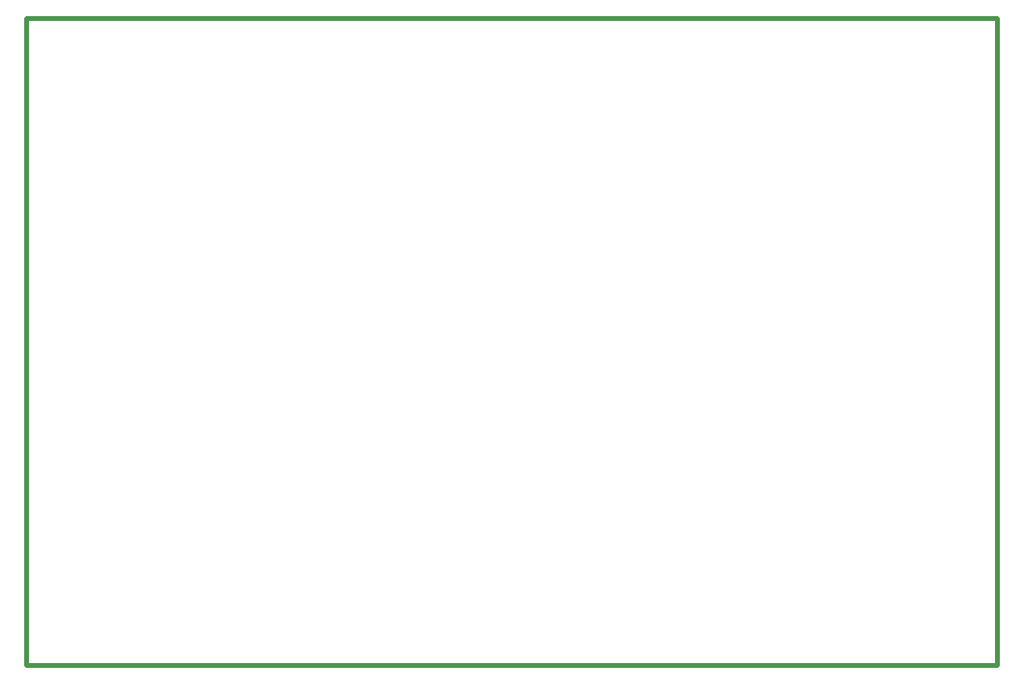
<source format=gm1>
%FSTAX44Y44*%
%MOMM*%
%SFA1B1*%

%IPPOS*%
%ADD77C,0.499999*%
%LNcas_to_modbus-1*%
%LPD*%
G54D77*
X0Y0D02*
X01019999D01*
X0D02*
Y00679999D01*
X01019999*
Y0D02*
Y00679999D01*
M02*
</source>
